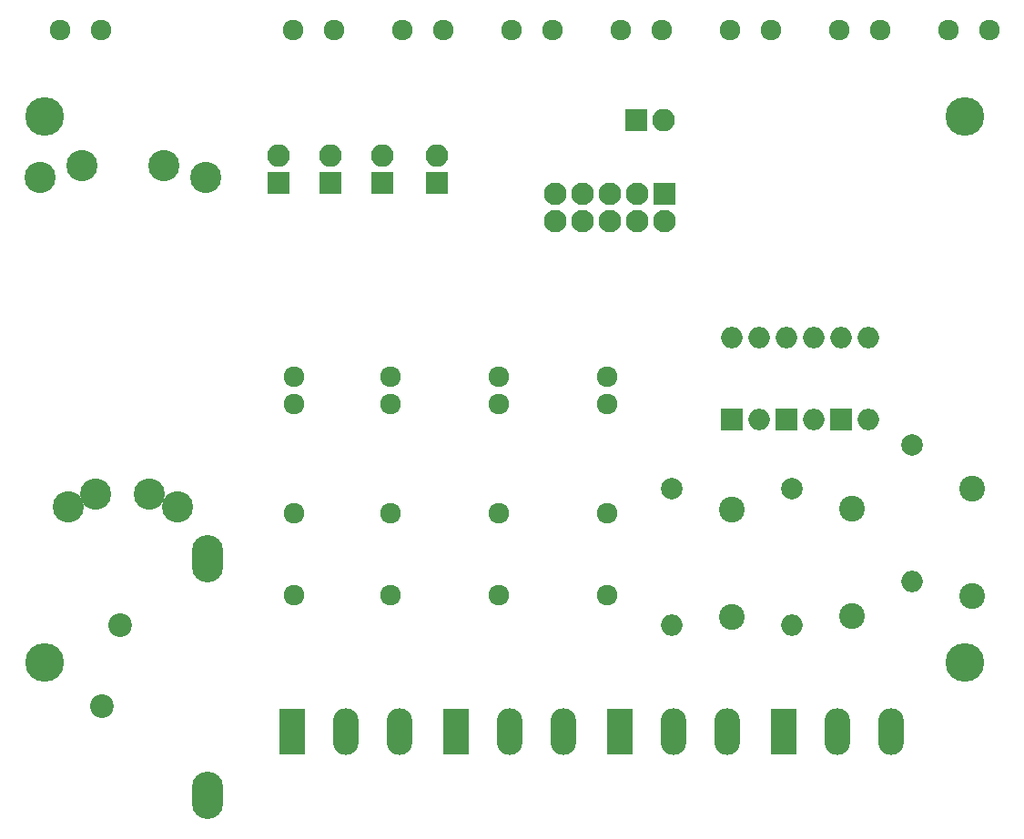
<source format=gbs>
G04 #@! TF.FileFunction,Soldermask,Bot*
%FSLAX46Y46*%
G04 Gerber Fmt 4.6, Leading zero omitted, Abs format (unit mm)*
G04 Created by KiCad (PCBNEW 4.0.5+dfsg1-4) date Tue Dec 12 22:09:06 2017*
%MOMM*%
%LPD*%
G01*
G04 APERTURE LIST*
%ADD10C,0.100000*%
%ADD11C,2.900000*%
%ADD12C,1.924000*%
%ADD13R,2.100000X2.100000*%
%ADD14C,2.100000*%
%ADD15O,2.899360X4.400500*%
%ADD16C,2.200000*%
%ADD17C,2.000000*%
%ADD18O,2.000000X2.000000*%
%ADD19R,2.000000X2.000000*%
%ADD20O,2.100000X2.100000*%
%ADD21C,2.400000*%
%ADD22R,2.380000X4.360000*%
%ADD23O,2.380000X4.360000*%
%ADD24C,3.600000*%
G04 APERTURE END LIST*
D10*
D11*
X24932000Y-69310000D03*
X29932000Y-69310000D03*
X19732000Y-39910000D03*
X35132000Y-39910000D03*
X22352000Y-70485000D03*
X32512000Y-70485000D03*
X23622000Y-38735000D03*
X31242000Y-38735000D03*
D12*
X73787000Y-26162000D03*
X77597000Y-26162000D03*
X21590000Y-26162000D03*
X25400000Y-26162000D03*
D13*
X77851000Y-41402000D03*
D14*
X77851000Y-43942000D03*
X75311000Y-41402000D03*
X75311000Y-43942000D03*
X72771000Y-41402000D03*
X72771000Y-43942000D03*
X70231000Y-41402000D03*
X70231000Y-43942000D03*
X67691000Y-41402000D03*
X67691000Y-43942000D03*
D15*
X35306000Y-75359260D03*
X35306000Y-97360740D03*
D16*
X27178000Y-81534000D03*
X25478000Y-89034000D03*
D17*
X78486000Y-68834000D03*
D18*
X78486000Y-81534000D03*
D17*
X89662000Y-68834000D03*
D18*
X89662000Y-81534000D03*
D17*
X100838000Y-64770000D03*
D18*
X100838000Y-77470000D03*
D19*
X84074000Y-62357000D03*
D18*
X86614000Y-54737000D03*
X86614000Y-62357000D03*
X84074000Y-54737000D03*
D19*
X89154000Y-62357000D03*
D18*
X91694000Y-54737000D03*
X91694000Y-62357000D03*
X89154000Y-54737000D03*
D19*
X94234000Y-62357000D03*
D18*
X96774000Y-54737000D03*
X96774000Y-62357000D03*
X94234000Y-54737000D03*
D12*
X104267000Y-26162000D03*
X108077000Y-26162000D03*
X94107000Y-26162000D03*
X97917000Y-26162000D03*
X83947000Y-26162000D03*
X87757000Y-26162000D03*
X63627000Y-26162000D03*
X67437000Y-26162000D03*
X53467000Y-26162000D03*
X57277000Y-26162000D03*
X43307000Y-26162000D03*
X47117000Y-26162000D03*
D13*
X41910000Y-40386000D03*
D20*
X41910000Y-37846000D03*
D13*
X46736000Y-40386000D03*
D20*
X46736000Y-37846000D03*
D13*
X51562000Y-40386000D03*
D20*
X51562000Y-37846000D03*
D13*
X56642000Y-40386000D03*
D20*
X56642000Y-37846000D03*
D12*
X72491600Y-58420000D03*
X72491600Y-60960000D03*
X72491600Y-71120000D03*
X72491600Y-78740000D03*
X52374800Y-58420000D03*
X52374800Y-60960000D03*
X52374800Y-71120000D03*
X52374800Y-78740000D03*
X43383200Y-58420000D03*
X43383200Y-60960000D03*
X43383200Y-71120000D03*
X43383200Y-78740000D03*
X62433200Y-58420000D03*
X62433200Y-60960000D03*
X62433200Y-71120000D03*
X62433200Y-78740000D03*
D21*
X106426000Y-68834000D03*
X106426000Y-78834000D03*
X95250000Y-70713600D03*
X95250000Y-80713600D03*
X84074000Y-70764400D03*
X84074000Y-80764400D03*
D22*
X43180000Y-91440000D03*
D23*
X48180000Y-91440000D03*
X53180000Y-91440000D03*
D22*
X58420000Y-91440000D03*
D23*
X63420000Y-91440000D03*
X68420000Y-91440000D03*
D22*
X73660000Y-91440000D03*
D23*
X78660000Y-91440000D03*
X83660000Y-91440000D03*
D22*
X88900000Y-91440000D03*
D23*
X93900000Y-91440000D03*
X98900000Y-91440000D03*
D24*
X20193000Y-34163000D03*
X20193000Y-84963000D03*
X105791000Y-84963000D03*
X105791000Y-34163000D03*
D13*
X75184000Y-34544000D03*
D20*
X77724000Y-34544000D03*
M02*

</source>
